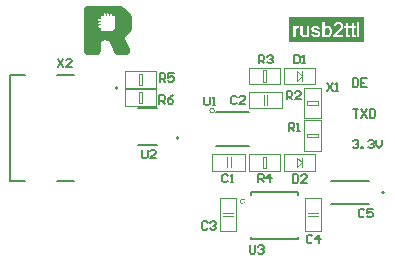
<source format=gto>
G04*
G04 #@! TF.GenerationSoftware,Altium Limited,Altium Designer,24.4.1 (13)*
G04*
G04 Layer_Color=65535*
%FSLAX25Y25*%
%MOIN*%
G70*
G04*
G04 #@! TF.SameCoordinates,E41166F6-3636-470B-8936-F2971D322FF1*
G04*
G04*
G04 #@! TF.FilePolarity,Positive*
G04*
G01*
G75*
%ADD10C,0.00787*%
%ADD11C,0.00000*%
%ADD12C,0.00394*%
%ADD13C,0.00500*%
%ADD14C,0.00600*%
%ADD15C,0.00800*%
G36*
X32730Y62463D02*
X32863D01*
Y62430D01*
X32996D01*
Y62397D01*
X33062D01*
Y62364D01*
X33129D01*
Y62331D01*
X33195D01*
Y62297D01*
X33262D01*
Y62264D01*
X33295D01*
Y62231D01*
X33362D01*
Y62198D01*
X33395D01*
Y62164D01*
X33428D01*
Y62131D01*
X33461D01*
Y62098D01*
X33495D01*
Y62064D01*
X33528D01*
Y62031D01*
X33561D01*
Y61998D01*
X33595D01*
Y61965D01*
X33628D01*
Y61932D01*
X33661D01*
Y61898D01*
X33727D01*
Y61865D01*
X33761D01*
Y61832D01*
X33794D01*
Y61799D01*
X33827D01*
Y61765D01*
X33860D01*
Y61732D01*
X33894D01*
Y61699D01*
X33927D01*
Y61665D01*
X33960D01*
Y61632D01*
X33994D01*
Y61599D01*
X34027D01*
Y61566D01*
X34060D01*
Y61532D01*
X34093D01*
Y61499D01*
X34126D01*
Y61466D01*
X34160D01*
Y61433D01*
X34193D01*
Y61400D01*
X34226D01*
Y61366D01*
X34260D01*
Y61333D01*
X34293D01*
Y61300D01*
X34326D01*
Y61266D01*
X34359D01*
Y61233D01*
X34392D01*
Y61200D01*
X34426D01*
Y61167D01*
X34459D01*
Y61133D01*
X34492D01*
Y61100D01*
X34525D01*
Y61067D01*
X34559D01*
Y61034D01*
X34592D01*
Y61001D01*
X34625D01*
Y60967D01*
X34659D01*
Y60934D01*
X34692D01*
Y60901D01*
X34725D01*
Y60868D01*
X34758D01*
Y60834D01*
X34791D01*
Y60801D01*
X34825D01*
Y60768D01*
X34858D01*
Y60734D01*
X34891D01*
Y60701D01*
X34925D01*
Y60668D01*
X34958D01*
Y60635D01*
X34991D01*
Y60602D01*
X35024D01*
Y60568D01*
X35058D01*
Y60535D01*
X35091D01*
Y60502D01*
X35124D01*
Y60469D01*
X35157D01*
Y60435D01*
X35190D01*
Y60402D01*
X35224D01*
Y60369D01*
X35257D01*
Y60335D01*
X35290D01*
Y60302D01*
X35324D01*
Y60269D01*
X35357D01*
Y60236D01*
X35390D01*
Y60202D01*
X35423D01*
Y60169D01*
X35456D01*
Y60136D01*
X35490D01*
Y60103D01*
X35523D01*
Y60070D01*
X35556D01*
Y60036D01*
X35590D01*
Y60003D01*
X35623D01*
Y59970D01*
X35656D01*
Y59936D01*
X35689D01*
Y59903D01*
X35723D01*
Y59870D01*
X35756D01*
Y59837D01*
X35789D01*
Y59803D01*
X35822D01*
Y59770D01*
X35855D01*
Y59737D01*
X35889D01*
Y59704D01*
X35922D01*
Y59671D01*
X35955D01*
Y59637D01*
X35989D01*
Y59604D01*
X36022D01*
Y59571D01*
X36055D01*
Y59504D01*
X36088D01*
Y59471D01*
X36121D01*
Y59438D01*
X36155D01*
Y59371D01*
X36188D01*
Y59305D01*
X36221D01*
Y59238D01*
X36255D01*
Y59172D01*
X36288D01*
Y59105D01*
X36321D01*
Y58972D01*
X36354D01*
Y58839D01*
X36388D01*
Y54650D01*
X36354D01*
Y54483D01*
X36321D01*
Y54384D01*
X36288D01*
Y54284D01*
X36255D01*
Y54217D01*
X36221D01*
Y54151D01*
X36188D01*
Y54118D01*
X36155D01*
Y54051D01*
X36121D01*
Y54018D01*
X36088D01*
Y53951D01*
X36055D01*
Y53918D01*
X36022D01*
Y53885D01*
X35989D01*
Y53852D01*
X35955D01*
Y53818D01*
X35922D01*
Y53785D01*
X35889D01*
Y53752D01*
X35855D01*
Y53719D01*
X35822D01*
Y53685D01*
X35789D01*
Y53652D01*
X35756D01*
Y53619D01*
X35723D01*
Y53586D01*
X35689D01*
Y53552D01*
X35656D01*
Y53519D01*
X35623D01*
Y53486D01*
X35590D01*
Y53453D01*
X35556D01*
Y53419D01*
X35523D01*
Y53386D01*
X35490D01*
Y53353D01*
X35456D01*
Y53320D01*
X35423D01*
Y53286D01*
X35390D01*
Y53253D01*
X35357D01*
Y53220D01*
X35324D01*
Y53187D01*
X35290D01*
Y53153D01*
X35257D01*
Y53120D01*
X35224D01*
Y53087D01*
X35190D01*
Y53054D01*
X35157D01*
Y53021D01*
X35124D01*
Y52987D01*
X35091D01*
Y52954D01*
X35058D01*
Y52921D01*
X35024D01*
Y52887D01*
X34991D01*
Y52854D01*
X34958D01*
Y52821D01*
X34925D01*
Y52788D01*
X34891D01*
Y52754D01*
X34858D01*
Y52721D01*
X34825D01*
Y52688D01*
X34791D01*
Y52655D01*
X34758D01*
Y52622D01*
X34725D01*
Y52588D01*
X34692D01*
Y52555D01*
X34659D01*
Y52522D01*
X34625D01*
Y52488D01*
X34592D01*
Y52455D01*
X34559D01*
Y52389D01*
X34525D01*
Y52355D01*
X34492D01*
Y52322D01*
X34459D01*
Y52256D01*
X34426D01*
Y52189D01*
X34392D01*
Y52123D01*
X34359D01*
Y52056D01*
X34326D01*
Y51990D01*
X34293D01*
Y51890D01*
X34260D01*
Y51724D01*
X34226D01*
Y51258D01*
X34260D01*
Y51092D01*
X34293D01*
Y50992D01*
X34326D01*
Y50893D01*
X34359D01*
Y50826D01*
X34392D01*
Y50759D01*
X34426D01*
Y50693D01*
X34459D01*
Y50660D01*
X34492D01*
Y50593D01*
X34525D01*
Y50527D01*
X34559D01*
Y50460D01*
X34592D01*
Y50394D01*
X34625D01*
Y50327D01*
X34659D01*
Y50261D01*
X34692D01*
Y50227D01*
X34725D01*
Y50161D01*
X34758D01*
Y50094D01*
X34791D01*
Y50028D01*
X34825D01*
Y49962D01*
X34858D01*
Y49895D01*
X34891D01*
Y49828D01*
X34925D01*
Y49795D01*
X34958D01*
Y49729D01*
X34991D01*
Y49662D01*
X35024D01*
Y49596D01*
X35058D01*
Y49529D01*
X35091D01*
Y49463D01*
X35124D01*
Y49430D01*
X35157D01*
Y49363D01*
X35190D01*
Y49296D01*
X35224D01*
Y49230D01*
X35257D01*
Y49163D01*
X35290D01*
Y49097D01*
X35324D01*
Y49031D01*
X35357D01*
Y48997D01*
X35390D01*
Y48931D01*
X35423D01*
Y48864D01*
X35456D01*
Y48798D01*
X35490D01*
Y48731D01*
X35523D01*
Y48665D01*
X35556D01*
Y48632D01*
X35590D01*
Y48565D01*
X35623D01*
Y48498D01*
X35656D01*
Y48432D01*
X35689D01*
Y48365D01*
X35723D01*
Y48299D01*
X35756D01*
Y48232D01*
X35789D01*
Y48166D01*
X35822D01*
Y48099D01*
X35855D01*
Y48000D01*
X35889D01*
Y47867D01*
X35922D01*
Y47268D01*
X35889D01*
Y47135D01*
X35855D01*
Y47035D01*
X35822D01*
Y46936D01*
X35789D01*
Y46869D01*
X35756D01*
Y46803D01*
X35723D01*
Y46769D01*
X35689D01*
Y46703D01*
X35656D01*
Y46670D01*
X35623D01*
Y46603D01*
X35590D01*
Y46570D01*
X35556D01*
Y46537D01*
X35523D01*
Y46503D01*
X35490D01*
Y46470D01*
X35456D01*
Y46437D01*
X35423D01*
Y46404D01*
X35390D01*
Y46370D01*
X35357D01*
Y46337D01*
X35290D01*
Y46304D01*
X35257D01*
Y46271D01*
X35190D01*
Y46237D01*
X35157D01*
Y46204D01*
X35091D01*
Y46171D01*
X35024D01*
Y46138D01*
X34925D01*
Y46104D01*
X34825D01*
Y46071D01*
X34659D01*
Y46038D01*
X31766D01*
Y46071D01*
X31633D01*
Y46104D01*
X31533D01*
Y46138D01*
X31433D01*
Y46171D01*
X31367D01*
Y46204D01*
X31300D01*
Y46237D01*
X31234D01*
Y46271D01*
X31201D01*
Y46304D01*
X31134D01*
Y46337D01*
X31101D01*
Y46370D01*
X31067D01*
Y46404D01*
X31034D01*
Y46437D01*
X31001D01*
Y46470D01*
X30968D01*
Y46503D01*
X30935D01*
Y46537D01*
X30901D01*
Y46570D01*
X30868D01*
Y46603D01*
X30835D01*
Y46636D01*
X30801D01*
Y46670D01*
X30768D01*
Y46736D01*
X30735D01*
Y46769D01*
X30702D01*
Y46836D01*
X30669D01*
Y46902D01*
X30635D01*
Y46969D01*
X30602D01*
Y47035D01*
X30569D01*
Y47102D01*
X30536D01*
Y47168D01*
X30502D01*
Y47268D01*
X30469D01*
Y47335D01*
X30436D01*
Y47401D01*
X30402D01*
Y47468D01*
X30369D01*
Y47534D01*
X30336D01*
Y47601D01*
X30303D01*
Y47667D01*
X30270D01*
Y47734D01*
X30236D01*
Y47800D01*
X30203D01*
Y47867D01*
X30170D01*
Y47966D01*
X30136D01*
Y48033D01*
X30103D01*
Y48099D01*
X30070D01*
Y48166D01*
X30037D01*
Y48232D01*
X30003D01*
Y48299D01*
X29970D01*
Y48365D01*
X29937D01*
Y48432D01*
X29904D01*
Y48498D01*
X29871D01*
Y48565D01*
X29837D01*
Y48632D01*
X29804D01*
Y48731D01*
X29771D01*
Y48798D01*
X29737D01*
Y48864D01*
X29704D01*
Y48931D01*
X29671D01*
Y48997D01*
X29638D01*
Y49064D01*
X29605D01*
Y49130D01*
X29571D01*
Y49197D01*
X29538D01*
Y49263D01*
X29505D01*
Y49330D01*
X29471D01*
Y49430D01*
X29438D01*
Y49496D01*
X29405D01*
Y49562D01*
X29372D01*
Y49629D01*
X29338D01*
Y49695D01*
X29305D01*
Y49762D01*
X29272D01*
Y49828D01*
X29239D01*
Y49895D01*
X29206D01*
Y49962D01*
X29172D01*
Y50028D01*
X29139D01*
Y50094D01*
X29106D01*
Y50161D01*
X29072D01*
Y50227D01*
X29039D01*
Y50294D01*
X29006D01*
Y50327D01*
X28973D01*
Y50394D01*
X28940D01*
Y50427D01*
X28906D01*
Y50460D01*
X28873D01*
Y50494D01*
X28840D01*
Y50527D01*
X28806D01*
Y50560D01*
X28773D01*
Y50593D01*
X28740D01*
Y50626D01*
X28707D01*
Y50660D01*
X28673D01*
Y50693D01*
X28607D01*
Y50726D01*
X28541D01*
Y50759D01*
X28507D01*
Y50793D01*
X28441D01*
Y50826D01*
X28341D01*
Y50859D01*
X28275D01*
Y50893D01*
X28141D01*
Y50926D01*
X27975D01*
Y50959D01*
X27277D01*
Y50926D01*
X27111D01*
Y50893D01*
X26978D01*
Y50859D01*
X26911D01*
Y50826D01*
X26812D01*
Y50793D01*
X26745D01*
Y50759D01*
X26712D01*
Y50726D01*
X26645D01*
Y50693D01*
X26612D01*
Y50660D01*
X26546D01*
Y50626D01*
X26512D01*
Y50593D01*
X26479D01*
Y50560D01*
X26446D01*
Y50527D01*
X26412D01*
Y50494D01*
X26379D01*
Y50460D01*
X26346D01*
Y50427D01*
X26313D01*
Y50394D01*
X26280D01*
Y50327D01*
X26246D01*
Y50294D01*
X26213D01*
Y50227D01*
X26180D01*
Y50161D01*
X26147D01*
Y50094D01*
X26113D01*
Y50028D01*
X26080D01*
Y49928D01*
X26047D01*
Y49828D01*
X26013D01*
Y49596D01*
X25980D01*
Y49363D01*
Y49330D01*
Y47268D01*
X25947D01*
Y47135D01*
X25914D01*
Y47035D01*
X25881D01*
Y46936D01*
X25847D01*
Y46869D01*
X25814D01*
Y46803D01*
X25781D01*
Y46769D01*
X25747D01*
Y46703D01*
X25714D01*
Y46670D01*
X25681D01*
Y46636D01*
X25648D01*
Y46570D01*
X25615D01*
Y46537D01*
X25581D01*
Y46503D01*
X25548D01*
Y46470D01*
X25515D01*
Y46437D01*
X25482D01*
Y46404D01*
X25448D01*
Y46370D01*
X25382D01*
Y46337D01*
X25348D01*
Y46304D01*
X25315D01*
Y46271D01*
X25249D01*
Y46237D01*
X25182D01*
Y46204D01*
X25149D01*
Y46171D01*
X25049D01*
Y46138D01*
X24983D01*
Y46104D01*
X24883D01*
Y46071D01*
X24717D01*
Y46038D01*
X21724D01*
Y46071D01*
X21591D01*
Y46104D01*
X21492D01*
Y46138D01*
X21392D01*
Y46171D01*
X21325D01*
Y46204D01*
X21259D01*
Y46237D01*
X21192D01*
Y46271D01*
X21159D01*
Y46304D01*
X21092D01*
Y46337D01*
X21059D01*
Y46370D01*
X21026D01*
Y46404D01*
X20993D01*
Y46437D01*
X20959D01*
Y46470D01*
X20926D01*
Y46503D01*
X20893D01*
Y46537D01*
X20860D01*
Y46570D01*
X20827D01*
Y46603D01*
X20793D01*
Y46636D01*
X20760D01*
Y46703D01*
X20727D01*
Y46736D01*
X20694D01*
Y46803D01*
X20660D01*
Y46836D01*
X20627D01*
Y46902D01*
X20594D01*
Y47002D01*
X20561D01*
Y47069D01*
X20527D01*
Y47202D01*
X20494D01*
Y47368D01*
X20461D01*
Y61200D01*
X20494D01*
Y61366D01*
X20527D01*
Y61466D01*
X20561D01*
Y61566D01*
X20594D01*
Y61632D01*
X20627D01*
Y61699D01*
X20660D01*
Y61765D01*
X20694D01*
Y61799D01*
X20727D01*
Y61865D01*
X20760D01*
Y61898D01*
X20793D01*
Y61932D01*
X20827D01*
Y61965D01*
X20860D01*
Y61998D01*
X20893D01*
Y62031D01*
X20926D01*
Y62064D01*
X20959D01*
Y62098D01*
X20993D01*
Y62131D01*
X21026D01*
Y62164D01*
X21059D01*
Y62198D01*
X21092D01*
Y62231D01*
X21159D01*
Y62264D01*
X21192D01*
Y62297D01*
X21259D01*
Y62331D01*
X21325D01*
Y62364D01*
X21392D01*
Y62397D01*
X21458D01*
Y62430D01*
X21558D01*
Y62463D01*
X21724D01*
Y62497D01*
X32730D01*
Y62463D01*
D02*
G37*
G36*
X113870Y50439D02*
X88681D01*
Y58760D01*
X113870D01*
Y50439D01*
D02*
G37*
%LPC*%
G36*
X29638Y59970D02*
X29372D01*
Y59936D01*
X29305D01*
Y59903D01*
X29239D01*
Y59870D01*
X29206D01*
Y59803D01*
X29172D01*
Y59770D01*
X29139D01*
Y59637D01*
X29106D01*
Y59172D01*
X28840D01*
Y59205D01*
X28806D01*
Y59737D01*
X28773D01*
Y59803D01*
X28740D01*
Y59870D01*
X28707D01*
Y59903D01*
X28640D01*
Y59936D01*
X28574D01*
Y59970D01*
X28308D01*
Y59936D01*
X28241D01*
Y59903D01*
X28208D01*
Y59870D01*
X28175D01*
Y59837D01*
X28141D01*
Y59803D01*
X28108D01*
Y59704D01*
X28075D01*
Y59272D01*
Y59238D01*
Y59205D01*
X28042D01*
Y59172D01*
X27809D01*
Y59205D01*
X27776D01*
Y59704D01*
X27742D01*
Y59803D01*
X27709D01*
Y59837D01*
X27676D01*
Y59870D01*
X27643D01*
Y59903D01*
X27610D01*
Y59936D01*
X27543D01*
Y59970D01*
X27277D01*
Y59936D01*
X27211D01*
Y59903D01*
X27144D01*
Y59870D01*
X27111D01*
Y59803D01*
X27077D01*
Y59737D01*
X27044D01*
Y59205D01*
X27011D01*
Y59172D01*
X25980D01*
Y58108D01*
X25482D01*
Y58074D01*
X25382D01*
Y58041D01*
X25315D01*
Y58008D01*
X25282D01*
Y57975D01*
X25249D01*
Y57908D01*
X25216D01*
Y57842D01*
X25182D01*
Y57609D01*
X25216D01*
Y57543D01*
X25249D01*
Y57476D01*
X25282D01*
Y57443D01*
X25348D01*
Y57410D01*
X25382D01*
Y57376D01*
X25548D01*
Y57343D01*
X25980D01*
Y57077D01*
X25947D01*
Y57044D01*
X25415D01*
Y57011D01*
X25348D01*
Y56977D01*
X25315D01*
Y56944D01*
X25282D01*
Y56911D01*
X25249D01*
Y56877D01*
X25216D01*
Y56778D01*
X25182D01*
Y56578D01*
X25216D01*
Y56512D01*
X25249D01*
Y56445D01*
X25282D01*
Y56412D01*
X25315D01*
Y56379D01*
X25382D01*
Y56345D01*
X25448D01*
Y56312D01*
X25980D01*
Y56013D01*
X25448D01*
Y55980D01*
X25382D01*
Y55946D01*
X25315D01*
Y55913D01*
X25282D01*
Y55880D01*
X25249D01*
Y55813D01*
X25216D01*
Y55747D01*
X25182D01*
Y55547D01*
X25216D01*
Y55448D01*
X25249D01*
Y55414D01*
X25282D01*
Y55348D01*
X25348D01*
Y55315D01*
X25415D01*
Y55282D01*
X25947D01*
Y55248D01*
X25980D01*
Y54217D01*
X29771D01*
Y54251D01*
X29937D01*
Y54284D01*
X30037D01*
Y54317D01*
X30136D01*
Y54351D01*
X30203D01*
Y54384D01*
X30270D01*
Y54417D01*
X30303D01*
Y54450D01*
X30369D01*
Y54483D01*
X30402D01*
Y54517D01*
X30436D01*
Y54550D01*
X30469D01*
Y54583D01*
X30502D01*
Y54616D01*
X30536D01*
Y54650D01*
X30569D01*
Y54683D01*
X30602D01*
Y54716D01*
X30635D01*
Y54783D01*
X30669D01*
Y54816D01*
X30702D01*
Y54882D01*
X30735D01*
Y54949D01*
X30768D01*
Y55015D01*
X30801D01*
Y55115D01*
X30835D01*
Y55215D01*
X30868D01*
Y55381D01*
X30901D01*
Y59172D01*
X29904D01*
Y59205D01*
X29871D01*
Y59671D01*
X29837D01*
Y59770D01*
X29804D01*
Y59837D01*
X29771D01*
Y59870D01*
X29737D01*
Y59903D01*
X29704D01*
Y59936D01*
X29638D01*
Y59970D01*
D02*
G37*
G36*
X91924Y55837D02*
X91870D01*
X91770Y55829D01*
X91675Y55812D01*
X91587Y55783D01*
X91504Y55750D01*
X91429Y55704D01*
X91358Y55658D01*
X91296Y55604D01*
X91238Y55554D01*
X91188Y55500D01*
X91146Y55446D01*
X91109Y55400D01*
X91080Y55355D01*
X91055Y55321D01*
X91038Y55292D01*
X91030Y55276D01*
X91026Y55267D01*
Y55758D01*
X90256D01*
Y52093D01*
X91026D01*
Y54635D01*
X91084Y54714D01*
X91146Y54785D01*
X91208Y54847D01*
X91271Y54897D01*
X91338Y54943D01*
X91400Y54976D01*
X91458Y55009D01*
X91516Y55030D01*
X91571Y55051D01*
X91620Y55063D01*
X91662Y55076D01*
X91699Y55080D01*
X91733Y55084D01*
X91754Y55088D01*
X91862D01*
X91945Y55080D01*
X92024Y55076D01*
X92090Y55068D01*
X92149Y55059D01*
X92190Y55055D01*
X92207Y55051D01*
X92219Y55047D01*
X92228D01*
Y55800D01*
X92149Y55812D01*
X92078Y55821D01*
X92020Y55829D01*
X91966Y55833D01*
X91924Y55837D01*
D02*
G37*
G36*
X97719D02*
X97657D01*
X97540Y55833D01*
X97432Y55825D01*
X97332Y55808D01*
X97236Y55787D01*
X97145Y55766D01*
X97062Y55742D01*
X96987Y55712D01*
X96916Y55683D01*
X96858Y55654D01*
X96804Y55625D01*
X96758Y55600D01*
X96720Y55579D01*
X96687Y55559D01*
X96667Y55542D01*
X96654Y55533D01*
X96650Y55529D01*
X96583Y55471D01*
X96525Y55409D01*
X96475Y55346D01*
X96429Y55280D01*
X96396Y55217D01*
X96363Y55151D01*
X96338Y55088D01*
X96317Y55030D01*
X96305Y54972D01*
X96292Y54922D01*
X96284Y54872D01*
X96275Y54835D01*
Y54801D01*
X96271Y54776D01*
Y54760D01*
Y54756D01*
X96275Y54660D01*
X96284Y54573D01*
X96300Y54493D01*
X96321Y54419D01*
X96342Y54352D01*
X96367Y54294D01*
X96396Y54240D01*
X96425Y54194D01*
X96454Y54152D01*
X96483Y54115D01*
X96508Y54086D01*
X96529Y54065D01*
X96550Y54044D01*
X96567Y54032D01*
X96575Y54028D01*
X96579Y54023D01*
X96641Y53986D01*
X96708Y53949D01*
X96779Y53915D01*
X96854Y53882D01*
X97008Y53820D01*
X97162Y53765D01*
X97232Y53745D01*
X97299Y53724D01*
X97357Y53703D01*
X97407Y53691D01*
X97453Y53678D01*
X97482Y53670D01*
X97503Y53662D01*
X97511D01*
X97623Y53632D01*
X97727Y53607D01*
X97819Y53578D01*
X97902Y53557D01*
X97977Y53537D01*
X98039Y53516D01*
X98097Y53495D01*
X98147Y53478D01*
X98189Y53466D01*
X98226Y53453D01*
X98256Y53441D01*
X98276Y53433D01*
X98293Y53424D01*
X98305Y53420D01*
X98314Y53416D01*
X98347Y53399D01*
X98372Y53379D01*
X98418Y53337D01*
X98451Y53291D01*
X98472Y53246D01*
X98484Y53204D01*
X98488Y53171D01*
X98493Y53146D01*
Y53141D01*
Y53137D01*
Y53100D01*
X98484Y53062D01*
X98464Y52992D01*
X98435Y52929D01*
X98401Y52879D01*
X98368Y52838D01*
X98339Y52805D01*
X98318Y52788D01*
X98314Y52780D01*
X98310D01*
X98272Y52755D01*
X98235Y52734D01*
X98147Y52696D01*
X98056Y52671D01*
X97969Y52655D01*
X97890Y52646D01*
X97856Y52642D01*
X97823D01*
X97798Y52638D01*
X97690D01*
X97623Y52646D01*
X97561Y52655D01*
X97499Y52667D01*
X97390Y52696D01*
X97299Y52738D01*
X97220Y52788D01*
X97157Y52842D01*
X97103Y52900D01*
X97057Y52963D01*
X97024Y53021D01*
X96999Y53079D01*
X96978Y53133D01*
X96966Y53183D01*
X96958Y53225D01*
X96953Y53254D01*
Y53275D01*
Y53283D01*
X96188D01*
X96201Y53167D01*
X96217Y53058D01*
X96242Y52959D01*
X96275Y52863D01*
X96317Y52775D01*
X96363Y52696D01*
X96413Y52617D01*
X96467Y52551D01*
X96525Y52484D01*
X96587Y52426D01*
X96654Y52372D01*
X96720Y52322D01*
X96791Y52280D01*
X96862Y52239D01*
X96933Y52205D01*
X97008Y52172D01*
X97153Y52122D01*
X97290Y52081D01*
X97419Y52052D01*
X97478Y52043D01*
X97536Y52035D01*
X97586Y52027D01*
X97632Y52022D01*
X97673Y52018D01*
X97707D01*
X97736Y52014D01*
X97773D01*
X97898Y52018D01*
X98014Y52027D01*
X98123Y52043D01*
X98226Y52068D01*
X98322Y52093D01*
X98409Y52118D01*
X98493Y52151D01*
X98563Y52181D01*
X98630Y52210D01*
X98688Y52243D01*
X98738Y52268D01*
X98776Y52297D01*
X98809Y52318D01*
X98834Y52334D01*
X98846Y52343D01*
X98851Y52347D01*
X98921Y52413D01*
X98984Y52480D01*
X99038Y52551D01*
X99088Y52622D01*
X99125Y52692D01*
X99158Y52763D01*
X99187Y52829D01*
X99208Y52896D01*
X99225Y52959D01*
X99237Y53017D01*
X99246Y53067D01*
X99254Y53108D01*
Y53146D01*
X99258Y53175D01*
Y53196D01*
X99254Y53291D01*
X99246Y53383D01*
X99229Y53466D01*
X99208Y53541D01*
X99179Y53612D01*
X99154Y53674D01*
X99121Y53728D01*
X99092Y53778D01*
X99063Y53820D01*
X99029Y53857D01*
X99004Y53886D01*
X98979Y53911D01*
X98954Y53928D01*
X98938Y53944D01*
X98930Y53949D01*
X98925Y53953D01*
X98859Y53994D01*
X98788Y54032D01*
X98713Y54069D01*
X98634Y54102D01*
X98472Y54169D01*
X98314Y54223D01*
X98243Y54248D01*
X98172Y54269D01*
X98110Y54286D01*
X98056Y54298D01*
X98014Y54311D01*
X97981Y54319D01*
X97960Y54327D01*
X97952D01*
X97840Y54356D01*
X97736Y54381D01*
X97644Y54406D01*
X97561Y54431D01*
X97486Y54452D01*
X97424Y54473D01*
X97369Y54489D01*
X97324Y54506D01*
X97282Y54519D01*
X97253Y54531D01*
X97224Y54539D01*
X97207Y54548D01*
X97191Y54556D01*
X97182Y54560D01*
X97174Y54564D01*
X97128Y54598D01*
X97095Y54635D01*
X97070Y54677D01*
X97053Y54718D01*
X97045Y54756D01*
X97041Y54785D01*
X97037Y54805D01*
Y54814D01*
X97041Y54847D01*
X97045Y54880D01*
X97066Y54939D01*
X97095Y54989D01*
X97128Y55030D01*
X97162Y55063D01*
X97191Y55084D01*
X97211Y55101D01*
X97220Y55105D01*
X97295Y55138D01*
X97374Y55163D01*
X97453Y55184D01*
X97528Y55197D01*
X97594Y55205D01*
X97623D01*
X97648Y55209D01*
X97698D01*
X97815Y55205D01*
X97914Y55188D01*
X98002Y55163D01*
X98077Y55130D01*
X98143Y55093D01*
X98197Y55051D01*
X98247Y55005D01*
X98285Y54959D01*
X98314Y54914D01*
X98335Y54868D01*
X98351Y54826D01*
X98364Y54789D01*
X98372Y54756D01*
X98376Y54731D01*
X98380Y54714D01*
Y54710D01*
X99142D01*
X99133Y54814D01*
X99121Y54909D01*
X99096Y54997D01*
X99067Y55080D01*
X99033Y55159D01*
X98992Y55234D01*
X98946Y55301D01*
X98896Y55363D01*
X98842Y55417D01*
X98784Y55471D01*
X98721Y55517D01*
X98659Y55563D01*
X98526Y55638D01*
X98389Y55696D01*
X98251Y55742D01*
X98118Y55779D01*
X97993Y55804D01*
X97935Y55812D01*
X97885Y55821D01*
X97835Y55825D01*
X97790Y55829D01*
X97752Y55833D01*
X97719Y55837D01*
D02*
G37*
G36*
X95572Y55758D02*
X94807D01*
Y53183D01*
X94732Y53092D01*
X94653Y53013D01*
X94574Y52942D01*
X94499Y52884D01*
X94420Y52834D01*
X94349Y52792D01*
X94279Y52755D01*
X94212Y52730D01*
X94150Y52705D01*
X94091Y52692D01*
X94042Y52680D01*
X94000Y52671D01*
X93963Y52667D01*
X93937Y52663D01*
X93858D01*
X93804Y52671D01*
X93709Y52688D01*
X93630Y52717D01*
X93567Y52746D01*
X93521Y52775D01*
X93484Y52805D01*
X93467Y52821D01*
X93459Y52829D01*
X93434Y52863D01*
X93413Y52900D01*
X93384Y52992D01*
X93359Y53087D01*
X93343Y53183D01*
X93334Y53271D01*
X93330Y53308D01*
Y53341D01*
X93326Y53370D01*
Y53391D01*
Y53404D01*
Y53408D01*
Y55758D01*
X92556D01*
Y53383D01*
X92560Y53258D01*
X92569Y53141D01*
X92590Y53033D01*
X92611Y52929D01*
X92640Y52838D01*
X92673Y52746D01*
X92710Y52667D01*
X92756Y52592D01*
X92802Y52522D01*
X92852Y52459D01*
X92902Y52401D01*
X92956Y52347D01*
X93014Y52301D01*
X93072Y52260D01*
X93130Y52218D01*
X93189Y52185D01*
X93305Y52131D01*
X93422Y52085D01*
X93530Y52056D01*
X93625Y52035D01*
X93667Y52027D01*
X93704Y52022D01*
X93738Y52018D01*
X93767D01*
X93792Y52014D01*
X93821D01*
X93933Y52018D01*
X94042Y52035D01*
X94141Y52064D01*
X94237Y52097D01*
X94324Y52135D01*
X94403Y52181D01*
X94478Y52226D01*
X94545Y52276D01*
X94607Y52326D01*
X94657Y52372D01*
X94703Y52418D01*
X94740Y52455D01*
X94770Y52488D01*
X94790Y52517D01*
X94803Y52534D01*
X94807Y52538D01*
Y52093D01*
X95572D01*
Y55758D01*
D02*
G37*
G36*
X112296Y57102D02*
X111526D01*
Y52093D01*
X112296D01*
Y57102D01*
D02*
G37*
G36*
X105336Y57185D02*
X105303D01*
X105174Y57181D01*
X105049Y57168D01*
X104932Y57148D01*
X104820Y57123D01*
X104716Y57094D01*
X104620Y57056D01*
X104537Y57023D01*
X104458Y56985D01*
X104387Y56944D01*
X104325Y56911D01*
X104271Y56877D01*
X104225Y56844D01*
X104192Y56819D01*
X104167Y56798D01*
X104150Y56786D01*
X104146Y56782D01*
X104067Y56703D01*
X103996Y56619D01*
X103938Y56528D01*
X103884Y56436D01*
X103834Y56341D01*
X103797Y56245D01*
X103763Y56149D01*
X103734Y56062D01*
X103709Y55975D01*
X103693Y55895D01*
X103676Y55821D01*
X103668Y55762D01*
X103659Y55708D01*
X103655Y55671D01*
X103651Y55646D01*
Y55642D01*
Y55638D01*
X104433D01*
X104441Y55725D01*
X104454Y55808D01*
X104471Y55883D01*
X104491Y55954D01*
X104512Y56020D01*
X104537Y56074D01*
X104562Y56128D01*
X104583Y56174D01*
X104608Y56212D01*
X104633Y56249D01*
X104654Y56278D01*
X104670Y56299D01*
X104687Y56320D01*
X104699Y56332D01*
X104704Y56336D01*
X104708Y56341D01*
X104753Y56378D01*
X104803Y56411D01*
X104849Y56440D01*
X104899Y56465D01*
X104999Y56503D01*
X105086Y56532D01*
X105165Y56544D01*
X105199Y56549D01*
X105228Y56553D01*
X105253Y56557D01*
X105286D01*
X105357Y56553D01*
X105423Y56549D01*
X105486Y56536D01*
X105544Y56524D01*
X105598Y56507D01*
X105648Y56490D01*
X105694Y56470D01*
X105735Y56453D01*
X105769Y56432D01*
X105802Y56411D01*
X105827Y56395D01*
X105852Y56378D01*
X105868Y56366D01*
X105881Y56353D01*
X105885Y56349D01*
X105889Y56345D01*
X105927Y56303D01*
X105960Y56257D01*
X105989Y56212D01*
X106014Y56166D01*
X106051Y56066D01*
X106080Y55975D01*
X106093Y55891D01*
X106097Y55854D01*
X106101Y55825D01*
X106105Y55800D01*
Y55779D01*
Y55766D01*
Y55762D01*
X106101Y55683D01*
X106093Y55608D01*
X106080Y55533D01*
X106064Y55463D01*
X106043Y55396D01*
X106022Y55334D01*
X105997Y55271D01*
X105972Y55217D01*
X105947Y55167D01*
X105922Y55126D01*
X105902Y55084D01*
X105881Y55055D01*
X105864Y55026D01*
X105852Y55009D01*
X105843Y54997D01*
X105839Y54993D01*
X105785Y54926D01*
X105723Y54855D01*
X105648Y54781D01*
X105573Y54702D01*
X105407Y54548D01*
X105240Y54398D01*
X105161Y54327D01*
X105086Y54265D01*
X105020Y54207D01*
X104962Y54157D01*
X104912Y54115D01*
X104874Y54082D01*
X104849Y54065D01*
X104845Y54057D01*
X104841D01*
X104708Y53949D01*
X104587Y53840D01*
X104475Y53741D01*
X104371Y53649D01*
X104279Y53557D01*
X104192Y53474D01*
X104117Y53395D01*
X104055Y53325D01*
X103996Y53262D01*
X103946Y53208D01*
X103905Y53158D01*
X103876Y53117D01*
X103851Y53083D01*
X103830Y53062D01*
X103822Y53046D01*
X103817Y53042D01*
X103768Y52963D01*
X103726Y52884D01*
X103689Y52800D01*
X103655Y52717D01*
X103626Y52638D01*
X103605Y52559D01*
X103585Y52484D01*
X103572Y52413D01*
X103560Y52343D01*
X103551Y52285D01*
X103543Y52231D01*
X103539Y52185D01*
X103535Y52147D01*
Y52093D01*
X106904D01*
Y52809D01*
X104550D01*
X104554Y52821D01*
X104562Y52838D01*
X104575Y52855D01*
X104591Y52875D01*
X104637Y52925D01*
X104691Y52983D01*
X104758Y53046D01*
X104832Y53117D01*
X104912Y53187D01*
X104991Y53262D01*
X105074Y53333D01*
X105149Y53399D01*
X105224Y53462D01*
X105290Y53520D01*
X105344Y53566D01*
X105386Y53603D01*
X105403Y53616D01*
X105415Y53624D01*
X105419Y53632D01*
X105423D01*
X105577Y53765D01*
X105719Y53886D01*
X105852Y54007D01*
X105968Y54115D01*
X106076Y54215D01*
X106172Y54311D01*
X106255Y54394D01*
X106330Y54473D01*
X106393Y54539D01*
X106447Y54602D01*
X106492Y54652D01*
X106526Y54697D01*
X106555Y54731D01*
X106571Y54751D01*
X106584Y54768D01*
X106588Y54772D01*
X106642Y54851D01*
X106688Y54935D01*
X106729Y55022D01*
X106763Y55105D01*
X106792Y55188D01*
X106817Y55267D01*
X106838Y55346D01*
X106854Y55421D01*
X106867Y55488D01*
X106875Y55554D01*
X106883Y55608D01*
X106888Y55658D01*
X106892Y55696D01*
Y55725D01*
Y55746D01*
Y55750D01*
X106888Y55862D01*
X106875Y55970D01*
X106854Y56070D01*
X106825Y56166D01*
X106796Y56257D01*
X106759Y56341D01*
X106721Y56420D01*
X106684Y56490D01*
X106642Y56553D01*
X106605Y56611D01*
X106567Y56661D01*
X106538Y56698D01*
X106509Y56732D01*
X106488Y56752D01*
X106476Y56769D01*
X106472Y56773D01*
X106388Y56844D01*
X106301Y56911D01*
X106210Y56965D01*
X106114Y57010D01*
X106018Y57052D01*
X105918Y57085D01*
X105823Y57110D01*
X105731Y57135D01*
X105644Y57152D01*
X105565Y57164D01*
X105490Y57173D01*
X105427Y57177D01*
X105373Y57181D01*
X105336Y57185D01*
D02*
G37*
G36*
X110444Y56636D02*
X109679D01*
Y55758D01*
X109242D01*
Y55126D01*
X109679D01*
Y53196D01*
X109683Y53058D01*
X109687Y52938D01*
X109691Y52884D01*
X109696Y52834D01*
X109700Y52788D01*
X109704Y52746D01*
X109708Y52709D01*
X109712Y52676D01*
Y52646D01*
X109716Y52622D01*
X109721Y52605D01*
X109725Y52592D01*
Y52584D01*
Y52580D01*
X109750Y52497D01*
X109783Y52422D01*
X109825Y52359D01*
X109866Y52301D01*
X109904Y52260D01*
X109937Y52226D01*
X109962Y52205D01*
X109966Y52197D01*
X109970D01*
X110012Y52172D01*
X110053Y52147D01*
X110149Y52110D01*
X110253Y52085D01*
X110353Y52068D01*
X110399Y52060D01*
X110440Y52056D01*
X110482Y52052D01*
X110515D01*
X110544Y52047D01*
X110582D01*
X110677Y52052D01*
X110769Y52056D01*
X110856Y52064D01*
X110935Y52072D01*
X111002Y52081D01*
X111031Y52085D01*
X111056Y52089D01*
X111077Y52093D01*
X111089Y52097D01*
X111102D01*
Y52701D01*
X111019Y52692D01*
X110944Y52684D01*
X110881Y52680D01*
X110823Y52676D01*
X110781Y52671D01*
X110719D01*
X110673Y52676D01*
X110632Y52684D01*
X110598Y52696D01*
X110569Y52709D01*
X110544Y52721D01*
X110528Y52734D01*
X110519Y52742D01*
X110515Y52746D01*
X110503Y52763D01*
X110490Y52788D01*
X110482Y52813D01*
X110474Y52846D01*
X110461Y52913D01*
X110453Y52983D01*
X110449Y53050D01*
Y53083D01*
X110444Y53108D01*
Y53129D01*
Y53150D01*
Y53158D01*
Y53162D01*
Y55126D01*
X111019D01*
Y55758D01*
X110444D01*
Y56636D01*
D02*
G37*
G36*
X108510D02*
X107745D01*
Y55758D01*
X107308D01*
Y55126D01*
X107745D01*
Y53196D01*
X107749Y53058D01*
X107753Y52938D01*
X107757Y52884D01*
X107761Y52834D01*
X107765Y52788D01*
X107770Y52746D01*
X107774Y52709D01*
X107778Y52676D01*
Y52646D01*
X107782Y52622D01*
X107786Y52605D01*
X107790Y52592D01*
Y52584D01*
Y52580D01*
X107815Y52497D01*
X107849Y52422D01*
X107890Y52359D01*
X107932Y52301D01*
X107969Y52260D01*
X108002Y52226D01*
X108027Y52205D01*
X108032Y52197D01*
X108036D01*
X108077Y52172D01*
X108119Y52147D01*
X108215Y52110D01*
X108319Y52085D01*
X108419Y52068D01*
X108464Y52060D01*
X108506Y52056D01*
X108547Y52052D01*
X108581D01*
X108610Y52047D01*
X108647D01*
X108743Y52052D01*
X108835Y52056D01*
X108922Y52064D01*
X109001Y52072D01*
X109067Y52081D01*
X109097Y52085D01*
X109122Y52089D01*
X109142Y52093D01*
X109155Y52097D01*
X109167D01*
Y52701D01*
X109084Y52692D01*
X109009Y52684D01*
X108947Y52680D01*
X108888Y52676D01*
X108847Y52671D01*
X108784D01*
X108739Y52676D01*
X108697Y52684D01*
X108664Y52696D01*
X108635Y52709D01*
X108610Y52721D01*
X108593Y52734D01*
X108585Y52742D01*
X108581Y52746D01*
X108568Y52763D01*
X108556Y52788D01*
X108547Y52813D01*
X108539Y52846D01*
X108527Y52913D01*
X108518Y52983D01*
X108514Y53050D01*
Y53083D01*
X108510Y53108D01*
Y53129D01*
Y53150D01*
Y53158D01*
Y53162D01*
Y55126D01*
X109084D01*
Y55758D01*
X108510D01*
Y56636D01*
D02*
G37*
G36*
X100689Y57102D02*
X99920D01*
Y52093D01*
X100689D01*
Y52364D01*
X100747Y52301D01*
X100810Y52247D01*
X100881Y52201D01*
X100951Y52160D01*
X101026Y52126D01*
X101101Y52101D01*
X101172Y52077D01*
X101242Y52060D01*
X101313Y52043D01*
X101376Y52031D01*
X101430Y52027D01*
X101480Y52018D01*
X101521D01*
X101555Y52014D01*
X101579D01*
X101704Y52018D01*
X101821Y52035D01*
X101933Y52064D01*
X102041Y52097D01*
X102141Y52135D01*
X102233Y52181D01*
X102316Y52226D01*
X102395Y52276D01*
X102461Y52326D01*
X102524Y52372D01*
X102574Y52418D01*
X102619Y52455D01*
X102653Y52488D01*
X102678Y52517D01*
X102694Y52534D01*
X102699Y52538D01*
X102778Y52642D01*
X102844Y52750D01*
X102907Y52863D01*
X102956Y52979D01*
X102998Y53100D01*
X103035Y53216D01*
X103065Y53333D01*
X103089Y53441D01*
X103106Y53545D01*
X103119Y53645D01*
X103131Y53732D01*
X103135Y53807D01*
X103139Y53865D01*
X103144Y53895D01*
Y53953D01*
X103139Y54111D01*
X103127Y54256D01*
X103106Y54398D01*
X103081Y54527D01*
X103052Y54652D01*
X103019Y54764D01*
X102981Y54864D01*
X102948Y54959D01*
X102911Y55043D01*
X102873Y55113D01*
X102840Y55176D01*
X102811Y55230D01*
X102786Y55267D01*
X102765Y55296D01*
X102752Y55317D01*
X102748Y55321D01*
X102669Y55413D01*
X102586Y55492D01*
X102499Y55563D01*
X102407Y55621D01*
X102312Y55671D01*
X102220Y55712D01*
X102129Y55746D01*
X102037Y55775D01*
X101954Y55796D01*
X101875Y55808D01*
X101808Y55821D01*
X101746Y55829D01*
X101696Y55833D01*
X101658Y55837D01*
X101625D01*
X101513Y55833D01*
X101405Y55816D01*
X101309Y55791D01*
X101217Y55758D01*
X101130Y55721D01*
X101055Y55679D01*
X100985Y55633D01*
X100922Y55588D01*
X100868Y55542D01*
X100822Y55496D01*
X100781Y55454D01*
X100747Y55417D01*
X100723Y55384D01*
X100706Y55359D01*
X100693Y55342D01*
X100689Y55338D01*
Y57102D01*
D02*
G37*
%LPD*%
G36*
X101634Y55205D02*
X101696Y55197D01*
X101758Y55180D01*
X101812Y55159D01*
X101912Y55109D01*
X101954Y55080D01*
X101995Y55051D01*
X102029Y55022D01*
X102058Y54993D01*
X102087Y54968D01*
X102108Y54943D01*
X102124Y54922D01*
X102137Y54905D01*
X102141Y54897D01*
X102145Y54893D01*
X102183Y54830D01*
X102216Y54764D01*
X102245Y54689D01*
X102270Y54614D01*
X102307Y54460D01*
X102332Y54306D01*
X102341Y54236D01*
X102345Y54169D01*
X102349Y54107D01*
X102353Y54057D01*
X102357Y54011D01*
Y53982D01*
Y53961D01*
Y53953D01*
X102353Y53832D01*
X102349Y53720D01*
X102337Y53616D01*
X102324Y53516D01*
X102307Y53429D01*
X102287Y53345D01*
X102266Y53275D01*
X102245Y53208D01*
X102224Y53150D01*
X102203Y53100D01*
X102187Y53058D01*
X102166Y53025D01*
X102154Y52996D01*
X102141Y52979D01*
X102137Y52967D01*
X102133Y52963D01*
X102091Y52904D01*
X102041Y52855D01*
X101995Y52813D01*
X101945Y52775D01*
X101896Y52742D01*
X101846Y52717D01*
X101800Y52696D01*
X101754Y52680D01*
X101671Y52655D01*
X101634Y52646D01*
X101604Y52642D01*
X101579D01*
X101559Y52638D01*
X101542D01*
X101451Y52642D01*
X101363Y52655D01*
X101280Y52676D01*
X101201Y52701D01*
X101126Y52730D01*
X101055Y52759D01*
X100993Y52796D01*
X100931Y52834D01*
X100876Y52867D01*
X100831Y52904D01*
X100789Y52934D01*
X100752Y52967D01*
X100727Y52988D01*
X100706Y53008D01*
X100693Y53021D01*
X100689Y53025D01*
Y54652D01*
X100764Y54751D01*
X100839Y54835D01*
X100918Y54909D01*
X100993Y54976D01*
X101068Y55026D01*
X101143Y55072D01*
X101209Y55109D01*
X101276Y55138D01*
X101338Y55163D01*
X101392Y55180D01*
X101442Y55192D01*
X101484Y55201D01*
X101521Y55205D01*
X101546Y55209D01*
X101567D01*
X101634Y55205D01*
D02*
G37*
D10*
X52034Y18425D02*
G03*
X52034Y18425I-394J0D01*
G01*
X31693Y35146D02*
G03*
X31693Y35146I-394J0D01*
G01*
X120571Y295D02*
G03*
X120571Y295I-394J0D01*
G01*
X110138Y38287D02*
Y35531D01*
X111515D01*
X111975Y35991D01*
Y37827D01*
X111515Y38287D01*
X110138D01*
X114729D02*
X112893D01*
Y35531D01*
X114729D01*
X112893Y36909D02*
X113811D01*
X110138Y27952D02*
X111975D01*
X111056D01*
Y25197D01*
X112893Y27952D02*
X114729Y25197D01*
Y27952D02*
X112893Y25197D01*
X115648Y27952D02*
Y25197D01*
X117025D01*
X117484Y25656D01*
Y27493D01*
X117025Y27952D01*
X115648D01*
X110138Y17355D02*
X110597Y17814D01*
X111515D01*
X111975Y17355D01*
Y16896D01*
X111515Y16437D01*
X111056D01*
X111515D01*
X111975Y15977D01*
Y15518D01*
X111515Y15059D01*
X110597D01*
X110138Y15518D01*
X112893Y15059D02*
Y15518D01*
X113352D01*
Y15059D01*
X112893D01*
X115189Y17355D02*
X115648Y17814D01*
X116566D01*
X117025Y17355D01*
Y16896D01*
X116566Y16437D01*
X116107D01*
X116566D01*
X117025Y15977D01*
Y15518D01*
X116566Y15059D01*
X115648D01*
X115189Y15518D01*
X117944Y17814D02*
Y15977D01*
X118862Y15059D01*
X119780Y15977D01*
Y17814D01*
X75755Y-17323D02*
Y-19619D01*
X76214Y-20078D01*
X77133D01*
X77592Y-19619D01*
Y-17323D01*
X78510Y-17783D02*
X78970Y-17323D01*
X79888D01*
X80347Y-17783D01*
Y-18242D01*
X79888Y-18701D01*
X79429D01*
X79888D01*
X80347Y-19160D01*
Y-19619D01*
X79888Y-20078D01*
X78970D01*
X78510Y-19619D01*
X101510Y36811D02*
X103347Y34056D01*
Y36811D02*
X101510Y34056D01*
X104265D02*
X105183D01*
X104724D01*
Y36811D01*
X104265Y36351D01*
X11779Y44881D02*
X13616Y42126D01*
Y44881D02*
X11779Y42126D01*
X16371D02*
X14534D01*
X16371Y43963D01*
Y44422D01*
X15912Y44881D01*
X14993D01*
X14534Y44422D01*
X39830Y14468D02*
Y12172D01*
X40289Y11713D01*
X41208D01*
X41667Y12172D01*
Y14468D01*
X44422Y11713D02*
X42585D01*
X44422Y13550D01*
Y14009D01*
X43963Y14468D01*
X43044D01*
X42585Y14009D01*
X60565Y32185D02*
Y29889D01*
X61024Y29430D01*
X61942D01*
X62402Y29889D01*
Y32185D01*
X63320Y29430D02*
X64238D01*
X63779D01*
Y32185D01*
X63320Y31725D01*
X78511Y3741D02*
Y6496D01*
X79889D01*
X80348Y6036D01*
Y5118D01*
X79889Y4659D01*
X78511D01*
X79430D02*
X80348Y3741D01*
X82644D02*
Y6496D01*
X81266Y5118D01*
X83103D01*
X78807Y43308D02*
Y46062D01*
X80184D01*
X80643Y45603D01*
Y44685D01*
X80184Y44226D01*
X78807D01*
X79725D02*
X80643Y43308D01*
X81561Y45603D02*
X82021Y46062D01*
X82939D01*
X83398Y45603D01*
Y45144D01*
X82939Y44685D01*
X82480D01*
X82939D01*
X83398Y44226D01*
Y43767D01*
X82939Y43308D01*
X82021D01*
X81561Y43767D01*
X88059Y31300D02*
Y34055D01*
X89436D01*
X89895Y33595D01*
Y32677D01*
X89436Y32218D01*
X88059D01*
X88977D02*
X89895Y31300D01*
X92650D02*
X90813D01*
X92650Y33136D01*
Y33595D01*
X92191Y34055D01*
X91273D01*
X90813Y33595D01*
X88714Y20768D02*
Y23523D01*
X90092D01*
X90551Y23064D01*
Y22146D01*
X90092Y21687D01*
X88714D01*
X89633D02*
X90551Y20768D01*
X91470D02*
X92388D01*
X91929D01*
Y23523D01*
X91470Y23064D01*
X45637Y29922D02*
Y32677D01*
X47015D01*
X47474Y32217D01*
Y31299D01*
X47015Y30840D01*
X45637D01*
X46556D02*
X47474Y29922D01*
X50229Y32677D02*
X49311Y32217D01*
X48392Y31299D01*
Y30381D01*
X48851Y29922D01*
X49770D01*
X50229Y30381D01*
Y30840D01*
X49770Y31299D01*
X48392D01*
X45736Y37205D02*
Y39960D01*
X47113D01*
X47572Y39501D01*
Y38583D01*
X47113Y38124D01*
X45736D01*
X46654D02*
X47572Y37205D01*
X50327Y39960D02*
X48491D01*
Y38583D01*
X49409Y39042D01*
X49868D01*
X50327Y38583D01*
Y37664D01*
X49868Y37205D01*
X48950D01*
X48491Y37664D01*
X90125Y6299D02*
Y3544D01*
X91503D01*
X91962Y4003D01*
Y5840D01*
X91503Y6299D01*
X90125D01*
X94717Y3544D02*
X92880D01*
X94717Y5380D01*
Y5840D01*
X94258Y6299D01*
X93340D01*
X92880Y5840D01*
X90486Y46062D02*
Y43308D01*
X91864D01*
X92323Y43767D01*
Y45603D01*
X91864Y46062D01*
X90486D01*
X93241Y43308D02*
X94160D01*
X93700D01*
Y46062D01*
X93241Y45603D01*
X71391Y32021D02*
X70932Y32480D01*
X70014D01*
X69555Y32021D01*
Y30184D01*
X70014Y29725D01*
X70932D01*
X71391Y30184D01*
X74146Y29725D02*
X72310D01*
X74146Y31561D01*
Y32021D01*
X73687Y32480D01*
X72769D01*
X72310Y32021D01*
X68405Y5938D02*
X67946Y6397D01*
X67028D01*
X66569Y5938D01*
Y4101D01*
X67028Y3642D01*
X67946D01*
X68405Y4101D01*
X69324Y3642D02*
X70242D01*
X69783D01*
Y6397D01*
X69324Y5938D01*
X96588Y-14338D02*
X96129Y-13878D01*
X95211D01*
X94751Y-14338D01*
Y-16174D01*
X95211Y-16633D01*
X96129D01*
X96588Y-16174D01*
X98884Y-16633D02*
Y-13878D01*
X97506Y-15256D01*
X99343D01*
X61647Y-9810D02*
X61188Y-9351D01*
X60270D01*
X59811Y-9810D01*
Y-11647D01*
X60270Y-12106D01*
X61188D01*
X61647Y-11647D01*
X62565Y-9810D02*
X63025Y-9351D01*
X63943D01*
X64402Y-9810D01*
Y-10269D01*
X63943Y-10728D01*
X63484D01*
X63943D01*
X64402Y-11187D01*
Y-11647D01*
X63943Y-12106D01*
X63025D01*
X62565Y-11647D01*
X113911Y-5676D02*
X113452Y-5217D01*
X112533D01*
X112074Y-5676D01*
Y-7513D01*
X112533Y-7972D01*
X113452D01*
X113911Y-7513D01*
X116666Y-5217D02*
X114829D01*
Y-6594D01*
X115748Y-6135D01*
X116207D01*
X116666Y-6594D01*
Y-7513D01*
X116207Y-7972D01*
X115288D01*
X114829Y-7513D01*
D11*
X73957Y-2182D02*
G03*
X73957Y-3082I-667J-450D01*
G01*
X63976Y27559D02*
G03*
X63976Y27559I-787J0D01*
G01*
D12*
X39970Y36192D02*
Y39892D01*
X38770D02*
X39970D01*
X38770Y36192D02*
Y39892D01*
Y36192D02*
X39970D01*
X34252Y35236D02*
X44488D01*
X34252D02*
Y40748D01*
X44488D01*
Y35236D02*
Y40748D01*
X39970Y30090D02*
Y33790D01*
X38770D02*
X39970D01*
X38770Y30090D02*
Y33790D01*
Y30090D02*
X39970D01*
X34252Y29134D02*
X44488D01*
X34252D02*
Y34646D01*
X44488D01*
Y29134D02*
Y34646D01*
X93188Y8760D02*
Y11909D01*
X91613D02*
X93188Y10335D01*
X91613Y8760D02*
X93188Y10335D01*
X91613Y8760D02*
Y11909D01*
X87282Y7579D02*
Y13091D01*
Y7579D02*
X97518D01*
Y13091D01*
X87282D02*
X97518D01*
X94753Y19891D02*
X98453D01*
X94753Y18691D02*
Y19891D01*
Y18691D02*
X98453D01*
Y19891D01*
X99410Y14173D02*
Y24409D01*
X93898Y14173D02*
X99410D01*
X93898D02*
Y24409D01*
X99410D01*
X63287Y7579D02*
Y13091D01*
Y7579D02*
X74311D01*
Y13091D01*
X63287D02*
X74311D01*
X69399Y8635D02*
Y12035D01*
X68199Y8635D02*
Y12035D01*
X65748Y-1476D02*
X71260D01*
X65748Y-12500D02*
Y-1476D01*
Y-12500D02*
X71260D01*
Y-1476D01*
X66804Y-7588D02*
X70204D01*
X66804Y-6388D02*
X70204D01*
X80109Y8435D02*
Y12135D01*
Y8435D02*
X81309D01*
Y12135D01*
X80109D02*
X81309D01*
X75590Y13091D02*
X85827D01*
Y7579D02*
Y13091D01*
X75590Y7579D02*
X85827D01*
X75590D02*
Y13091D01*
X86516Y28346D02*
Y33858D01*
X75492D02*
X86516D01*
X75492Y28346D02*
Y33858D01*
Y28346D02*
X86516D01*
X80404Y29402D02*
Y32802D01*
X81604Y29402D02*
Y32802D01*
X80010Y37273D02*
Y40973D01*
Y37273D02*
X81210D01*
Y40973D01*
X80010D02*
X81210D01*
X75492Y41929D02*
X85728D01*
Y36417D02*
Y41929D01*
X75492Y36417D02*
X85728D01*
X75492D02*
Y41929D01*
X93089Y37598D02*
Y40748D01*
X91514D02*
X93089Y39173D01*
X91514Y37598D02*
X93089Y39173D01*
X91514Y37598D02*
Y40748D01*
X87184Y36417D02*
Y41929D01*
Y36417D02*
X97420D01*
Y41929D01*
X87184D02*
X97420D01*
X94854Y29518D02*
X98554D01*
Y30718D01*
X94854D02*
X98554D01*
X94854Y29518D02*
Y30718D01*
X93898Y25000D02*
Y35236D01*
X99410D01*
Y25000D02*
Y35236D01*
X93898Y25000D02*
X99410D01*
X93996Y-1476D02*
X99508D01*
X93996Y-12500D02*
Y-1476D01*
Y-12500D02*
X99508D01*
Y-1476D01*
X95052Y-7588D02*
X98452D01*
X95052Y-6388D02*
X98452D01*
D13*
X38382Y28307D02*
X44780D01*
X38382Y15984D02*
X44780D01*
X11496Y39358D02*
X17165D01*
X11496Y4161D02*
X17165D01*
X-4134D02*
X709D01*
X-4134D02*
Y39358D01*
X709D01*
X102854Y3976D02*
X115453D01*
X102854Y-3386D02*
X115453D01*
D14*
X76057Y-382D02*
Y518D01*
X91857D01*
Y-15282D02*
Y-14382D01*
X76057Y-15282D02*
X91857D01*
X76057D02*
Y-14382D01*
X91857Y-382D02*
Y518D01*
D15*
X64567Y15846D02*
X75590D01*
X64567Y27067D02*
X75590D01*
M02*

</source>
